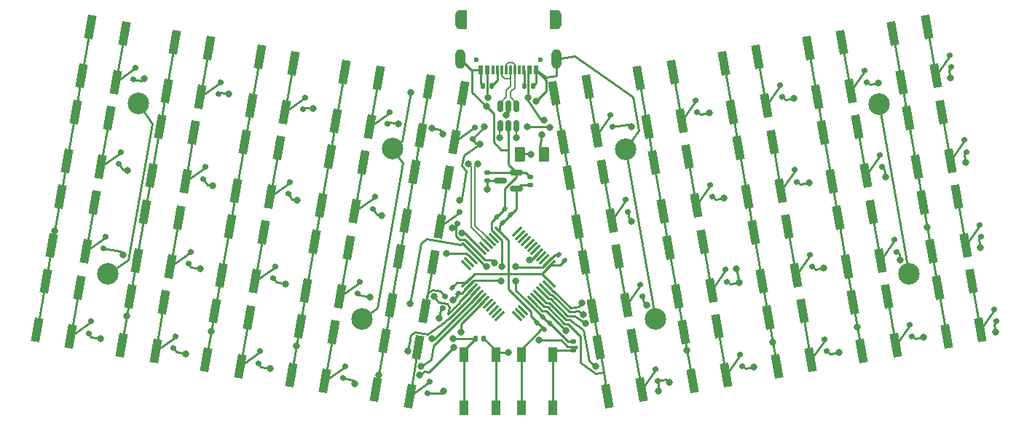
<source format=gbr>
%TF.GenerationSoftware,KiCad,Pcbnew,7.0.8*%
%TF.CreationDate,2023-12-10T13:03:46-06:00*%
%TF.ProjectId,sadcatz40,73616463-6174-47a3-9430-2e6b69636164,rev?*%
%TF.SameCoordinates,Original*%
%TF.FileFunction,Copper,L2,Bot*%
%TF.FilePolarity,Positive*%
%FSLAX46Y46*%
G04 Gerber Fmt 4.6, Leading zero omitted, Abs format (unit mm)*
G04 Created by KiCad (PCBNEW 7.0.8) date 2023-12-10 13:03:46*
%MOMM*%
%LPD*%
G01*
G04 APERTURE LIST*
G04 Aperture macros list*
%AMRoundRect*
0 Rectangle with rounded corners*
0 $1 Rounding radius*
0 $2 $3 $4 $5 $6 $7 $8 $9 X,Y pos of 4 corners*
0 Add a 4 corners polygon primitive as box body*
4,1,4,$2,$3,$4,$5,$6,$7,$8,$9,$2,$3,0*
0 Add four circle primitives for the rounded corners*
1,1,$1+$1,$2,$3*
1,1,$1+$1,$4,$5*
1,1,$1+$1,$6,$7*
1,1,$1+$1,$8,$9*
0 Add four rect primitives between the rounded corners*
20,1,$1+$1,$2,$3,$4,$5,0*
20,1,$1+$1,$4,$5,$6,$7,0*
20,1,$1+$1,$6,$7,$8,$9,0*
20,1,$1+$1,$8,$9,$2,$3,0*%
%AMRotRect*
0 Rectangle, with rotation*
0 The origin of the aperture is its center*
0 $1 length*
0 $2 width*
0 $3 Rotation angle, in degrees counterclockwise*
0 Add horizontal line*
21,1,$1,$2,0,0,$3*%
G04 Aperture macros list end*
%TA.AperFunction,SMDPad,CuDef*%
%ADD10RoundRect,0.150000X-0.223009X0.112992X-0.170914X-0.182451X0.223009X-0.112992X0.170914X0.182451X0*%
%TD*%
%TA.AperFunction,SMDPad,CuDef*%
%ADD11RoundRect,0.150000X-0.170914X0.182451X-0.223009X-0.112992X0.170914X-0.182451X0.223009X0.112992X0*%
%TD*%
%TA.AperFunction,SMDPad,CuDef*%
%ADD12RotRect,2.750000X1.000000X100.000000*%
%TD*%
%TA.AperFunction,SMDPad,CuDef*%
%ADD13R,1.100000X1.800000*%
%TD*%
%TA.AperFunction,SMDPad,CuDef*%
%ADD14RoundRect,0.140000X-0.170000X0.140000X-0.170000X-0.140000X0.170000X-0.140000X0.170000X0.140000X0*%
%TD*%
%TA.AperFunction,SMDPad,CuDef*%
%ADD15RoundRect,0.150000X0.150000X-0.512500X0.150000X0.512500X-0.150000X0.512500X-0.150000X-0.512500X0*%
%TD*%
%TA.AperFunction,ComponentPad*%
%ADD16C,2.500000*%
%TD*%
%TA.AperFunction,SMDPad,CuDef*%
%ADD17RoundRect,0.140000X0.219203X0.021213X0.021213X0.219203X-0.219203X-0.021213X-0.021213X-0.219203X0*%
%TD*%
%TA.AperFunction,SMDPad,CuDef*%
%ADD18RotRect,2.750000X1.000000X80.000000*%
%TD*%
%TA.AperFunction,SMDPad,CuDef*%
%ADD19RoundRect,0.135000X0.185000X-0.135000X0.185000X0.135000X-0.185000X0.135000X-0.185000X-0.135000X0*%
%TD*%
%TA.AperFunction,SMDPad,CuDef*%
%ADD20RoundRect,0.140000X-0.140000X-0.170000X0.140000X-0.170000X0.140000X0.170000X-0.140000X0.170000X0*%
%TD*%
%TA.AperFunction,SMDPad,CuDef*%
%ADD21RoundRect,0.140000X0.021213X-0.219203X0.219203X-0.021213X-0.021213X0.219203X-0.219203X0.021213X0*%
%TD*%
%TA.AperFunction,WasherPad*%
%ADD22C,0.600000*%
%TD*%
%TA.AperFunction,SMDPad,CuDef*%
%ADD23R,0.550000X1.100000*%
%TD*%
%TA.AperFunction,SMDPad,CuDef*%
%ADD24R,0.300000X1.100000*%
%TD*%
%TA.AperFunction,ComponentPad*%
%ADD25O,1.200000X2.300000*%
%TD*%
%TA.AperFunction,SMDPad,CuDef*%
%ADD26R,0.700000X2.300000*%
%TD*%
%TA.AperFunction,SMDPad,CuDef*%
%ADD27RoundRect,0.135000X0.135000X0.185000X-0.135000X0.185000X-0.135000X-0.185000X0.135000X-0.185000X0*%
%TD*%
%TA.AperFunction,SMDPad,CuDef*%
%ADD28RoundRect,0.075000X0.521491X-0.415425X-0.415425X0.521491X-0.521491X0.415425X0.415425X-0.521491X0*%
%TD*%
%TA.AperFunction,SMDPad,CuDef*%
%ADD29RoundRect,0.075000X0.521491X0.415425X0.415425X0.521491X-0.521491X-0.415425X-0.415425X-0.521491X0*%
%TD*%
%TA.AperFunction,SMDPad,CuDef*%
%ADD30RoundRect,0.150000X0.587500X0.150000X-0.587500X0.150000X-0.587500X-0.150000X0.587500X-0.150000X0*%
%TD*%
%TA.AperFunction,SMDPad,CuDef*%
%ADD31RoundRect,0.250000X0.375000X0.625000X-0.375000X0.625000X-0.375000X-0.625000X0.375000X-0.625000X0*%
%TD*%
%TA.AperFunction,SMDPad,CuDef*%
%ADD32RoundRect,0.140000X-0.219203X-0.021213X-0.021213X-0.219203X0.219203X0.021213X0.021213X0.219203X0*%
%TD*%
%TA.AperFunction,ViaPad*%
%ADD33C,0.800000*%
%TD*%
%TA.AperFunction,Conductor*%
%ADD34C,0.250000*%
%TD*%
%TA.AperFunction,Conductor*%
%ADD35C,0.200000*%
%TD*%
G04 APERTURE END LIST*
D10*
%TO.P,D36,1,K*%
%TO.N,ROW4*%
X130127217Y-73066736D03*
%TO.P,D36,2,A*%
%TO.N,Net-(D36-A)*%
X129884109Y-71688006D03*
%TD*%
D11*
%TO.P,D33,1,K*%
%TO.N,ROW4*%
X54176847Y-72719440D03*
%TO.P,D33,2,A*%
%TO.N,Net-(D33-A)*%
X54419955Y-71340710D03*
%TD*%
D12*
%TO.P,SW2,1,1*%
%TO.N,Net-(D2-A)*%
X142762388Y-41066506D03*
X141762175Y-35394013D03*
%TO.P,SW2,2,2*%
%TO.N,COL2*%
X138823157Y-41761099D03*
X137822944Y-36088606D03*
%TD*%
%TO.P,SW32,1,1*%
%TO.N,Net-(D32-A)*%
X147971840Y-70610736D03*
X146971627Y-64938243D03*
%TO.P,SW32,2,2*%
%TO.N,COL2*%
X144032609Y-71305329D03*
X143032396Y-65632836D03*
%TD*%
D10*
%TO.P,D10,1,K*%
%TO.N,ROW1*%
X105221613Y-46995469D03*
%TO.P,D10,2,A*%
%TO.N,Net-(D10-A)*%
X104978505Y-45616739D03*
%TD*%
D13*
%TO.P,SW41,1,1*%
%TO.N,+3V3*%
X94587596Y-73475333D03*
X94587596Y-79675333D03*
%TO.P,SW41,2,2*%
%TO.N,BOOT0*%
X98287596Y-73475333D03*
X98287596Y-79675333D03*
%TD*%
D11*
%TO.P,D23,1,K*%
%TO.N,ROW3*%
X55913330Y-62871362D03*
%TO.P,D23,2,A*%
%TO.N,Net-(D23-A)*%
X56156438Y-61492632D03*
%TD*%
%TO.P,D17,1,K*%
%TO.N,ROW2*%
X77345964Y-56496249D03*
%TO.P,D17,2,A*%
%TO.N,Net-(D17-A)*%
X77589072Y-55117519D03*
%TD*%
D14*
%TO.P,C10,1*%
%TO.N,GND*%
X95604262Y-52762009D03*
%TO.P,C10,2*%
%TO.N,+3V3*%
X95604262Y-53722009D03*
%TD*%
D12*
%TO.P,SW10,1,1*%
%TO.N,Net-(D10-A)*%
X103370077Y-48012434D03*
X102369864Y-42339941D03*
%TO.P,SW10,2,2*%
%TO.N,COL10*%
X99430846Y-48707027D03*
X98430633Y-43034534D03*
%TD*%
%TO.P,SW20,1,1*%
%TO.N,Net-(D20-A)*%
X105106563Y-57860509D03*
X104106350Y-52188016D03*
%TO.P,SW20,2,2*%
%TO.N,COL10*%
X101167332Y-58555102D03*
X100167119Y-52882609D03*
%TD*%
D11*
%TO.P,D5,1,K*%
%TO.N,ROW1*%
X69234369Y-44911686D03*
%TO.P,D5,2,A*%
%TO.N,Net-(D5-A)*%
X69477477Y-43532956D03*
%TD*%
D12*
%TO.P,SW8,1,1*%
%TO.N,Net-(D8-A)*%
X113218159Y-46275953D03*
X112217946Y-40603460D03*
%TO.P,SW8,2,2*%
%TO.N,COL8*%
X109278928Y-46970546D03*
X108278715Y-41298053D03*
%TD*%
D15*
%TO.P,U1,1,I/O1*%
%TO.N,D_P*%
X94054265Y-46879513D03*
%TO.P,U1,2,GND*%
%TO.N,GND*%
X93104265Y-46879513D03*
%TO.P,U1,3,I/O2*%
%TO.N,D_N*%
X92154265Y-46879513D03*
%TO.P,U1,4,I/O2*%
%TO.N,D_USB_-*%
X92154265Y-44604513D03*
%TO.P,U1,5,VBUS*%
%TO.N,+5V*%
X93104265Y-44604513D03*
%TO.P,U1,6,I/O1*%
%TO.N,D_USB_+*%
X94054265Y-44604513D03*
%TD*%
D11*
%TO.P,D37,1,K*%
%TO.N,ROW4*%
X73873000Y-76192401D03*
%TO.P,D37,2,A*%
%TO.N,Net-(D37-A)*%
X74116108Y-74813671D03*
%TD*%
D16*
%TO.P,H3,1,1*%
%TO.N,GND*%
X46563844Y-64065990D03*
%TD*%
D17*
%TO.P,C7,1*%
%TO.N,+3V3*%
X99643712Y-62514779D03*
%TO.P,C7,2*%
%TO.N,GND*%
X98964890Y-61835957D03*
%TD*%
D16*
%TO.P,H6,1,1*%
%TO.N,GND*%
X136236870Y-44369835D03*
%TD*%
%TO.P,H2,1,1*%
%TO.N,GND*%
X79601884Y-49461072D03*
%TD*%
D18*
%TO.P,SW19,1,1*%
%TO.N,Net-(D19-A)*%
X85106348Y-58555099D03*
X86106561Y-52882606D03*
%TO.P,SW19,2,2*%
%TO.N,COL9*%
X81167117Y-57860506D03*
X82167330Y-52188013D03*
%TD*%
D11*
%TO.P,D1,1,K*%
%TO.N,ROW1*%
X49538213Y-41438725D03*
%TO.P,D1,2,A*%
%TO.N,Net-(D1-A)*%
X49781321Y-40059995D03*
%TD*%
D10*
%TO.P,D4,1,K*%
%TO.N,ROW1*%
X134765847Y-41786019D03*
%TO.P,D4,2,A*%
%TO.N,Net-(D4-A)*%
X134522739Y-40407289D03*
%TD*%
%TO.P,D18,1,K*%
%TO.N,ROW2*%
X116806177Y-55107058D03*
%TO.P,D18,2,A*%
%TO.N,Net-(D18-A)*%
X116563069Y-53728328D03*
%TD*%
D19*
%TO.P,R1,1*%
%TO.N,BOOT0*%
X100604259Y-72918669D03*
%TO.P,R1,2*%
%TO.N,GND*%
X100604259Y-71898669D03*
%TD*%
D10*
%TO.P,D12,1,K*%
%TO.N,ROW2*%
X146350408Y-49897620D03*
%TO.P,D12,2,A*%
%TO.N,Net-(D12-A)*%
X146107300Y-48518890D03*
%TD*%
D12*
%TO.P,SW38,1,1*%
%TO.N,Net-(D38-A)*%
X118427602Y-75820179D03*
X117427389Y-70147686D03*
%TO.P,SW38,2,2*%
%TO.N,COL8*%
X114488371Y-76514772D03*
X113488158Y-70842279D03*
%TD*%
D18*
%TO.P,SW15,1,1*%
%TO.N,Net-(D15-A)*%
X65410197Y-55082141D03*
X66410410Y-49409648D03*
%TO.P,SW15,2,2*%
%TO.N,COL5*%
X61470966Y-54387548D03*
X62471179Y-48715055D03*
%TD*%
%TO.P,SW21,1,1*%
%TO.N,Net-(D21-A)*%
X43977557Y-61457251D03*
X44977770Y-55784758D03*
%TO.P,SW21,2,2*%
%TO.N,COL1*%
X40038326Y-60762658D03*
X41038539Y-55090165D03*
%TD*%
%TO.P,SW1,2,2*%
%TO.N,COL1*%
X44511503Y-35394011D03*
X43511290Y-41066504D03*
%TO.P,SW1,1,1*%
%TO.N,Net-(D1-A)*%
X48450734Y-36088604D03*
X47450521Y-41761097D03*
%TD*%
D11*
%TO.P,D7,1,K*%
%TO.N,ROW1*%
X79082448Y-46648169D03*
%TO.P,D7,2,A*%
%TO.N,Net-(D7-A)*%
X79325556Y-45269439D03*
%TD*%
D10*
%TO.P,D22,1,K*%
%TO.N,ROW3*%
X148086889Y-59745692D03*
%TO.P,D22,2,A*%
%TO.N,Net-(D22-A)*%
X147843781Y-58366962D03*
%TD*%
D16*
%TO.P,H1,1,1*%
%TO.N,GND*%
X50057653Y-44251630D03*
%TD*%
D12*
%TO.P,SW36,1,1*%
%TO.N,Net-(D36-A)*%
X128275681Y-74083704D03*
X127275468Y-68411211D03*
%TO.P,SW36,2,2*%
%TO.N,COL6*%
X124336450Y-74778297D03*
X123336237Y-69105804D03*
%TD*%
D20*
%TO.P,C1,1*%
%TO.N,GND*%
X89290931Y-71575336D03*
%TO.P,C1,2*%
%TO.N,NRST*%
X90250931Y-71575336D03*
%TD*%
D18*
%TO.P,SW29,1,1*%
%TO.N,Net-(D29-A)*%
X83369868Y-68403180D03*
X84370081Y-62730687D03*
%TO.P,SW29,2,2*%
%TO.N,COL9*%
X79430637Y-67708587D03*
X80430850Y-62036094D03*
%TD*%
D17*
%TO.P,C2,1*%
%TO.N,+3V3*%
X93343714Y-57214776D03*
%TO.P,C2,2*%
%TO.N,GND*%
X92664892Y-56535954D03*
%TD*%
D10*
%TO.P,D6,1,K*%
%TO.N,ROW1*%
X124917772Y-43522500D03*
%TO.P,D6,2,A*%
%TO.N,Net-(D6-A)*%
X124674664Y-42143770D03*
%TD*%
D13*
%TO.P,SW42,1,1*%
%TO.N,GND*%
X87920938Y-73475336D03*
X87920938Y-79675336D03*
%TO.P,SW42,2,2*%
%TO.N,NRST*%
X91620938Y-73475336D03*
X91620938Y-79675336D03*
%TD*%
D10*
%TO.P,D2,1,K*%
%TO.N,ROW1*%
X144613928Y-40049540D03*
%TO.P,D2,2,A*%
%TO.N,Net-(D2-A)*%
X144370820Y-38670810D03*
%TD*%
D18*
%TO.P,SW25,1,1*%
%TO.N,Net-(D25-A)*%
X63673712Y-64930219D03*
X64673925Y-59257726D03*
%TO.P,SW25,2,2*%
%TO.N,COL5*%
X59734481Y-64235626D03*
X60734694Y-58563133D03*
%TD*%
D10*
%TO.P,D14,1,K*%
%TO.N,ROW2*%
X136502329Y-51634096D03*
%TO.P,D14,2,A*%
%TO.N,Net-(D14-A)*%
X136259221Y-50255366D03*
%TD*%
D11*
%TO.P,D11,1,K*%
%TO.N,ROW2*%
X47801735Y-51286805D03*
%TO.P,D11,2,A*%
%TO.N,Net-(D11-A)*%
X48044843Y-49908075D03*
%TD*%
%TO.P,D19,1,K*%
%TO.N,ROW2*%
X87194045Y-58232729D03*
%TO.P,D19,2,A*%
%TO.N,Net-(D19-A)*%
X87437153Y-56853999D03*
%TD*%
%TO.P,D39,1,K*%
%TO.N,ROW4*%
X83721079Y-77928885D03*
%TO.P,D39,2,A*%
%TO.N,Net-(D39-A)*%
X83964187Y-76550155D03*
%TD*%
D18*
%TO.P,SW31,1,1*%
%TO.N,Net-(D31-A)*%
X42241077Y-71305333D03*
X43241290Y-65632840D03*
%TO.P,SW31,2,2*%
%TO.N,COL1*%
X38301846Y-70610740D03*
X39302059Y-64938247D03*
%TD*%
%TO.P,SW11,1,1*%
%TO.N,Net-(D11-A)*%
X45714039Y-51609179D03*
X46714252Y-45936686D03*
%TO.P,SW11,2,2*%
%TO.N,COL1*%
X41774808Y-50914586D03*
X42775021Y-45242093D03*
%TD*%
D11*
%TO.P,D13,1,K*%
%TO.N,ROW2*%
X57649809Y-53023283D03*
%TO.P,D13,2,A*%
%TO.N,Net-(D13-A)*%
X57892917Y-51644553D03*
%TD*%
D18*
%TO.P,SW13,1,1*%
%TO.N,Net-(D13-A)*%
X55562113Y-53345657D03*
X56562326Y-47673164D03*
%TO.P,SW13,2,2*%
%TO.N,COL3*%
X51622882Y-52651064D03*
X52623095Y-46978571D03*
%TD*%
D12*
%TO.P,SW4,1,1*%
%TO.N,Net-(D4-A)*%
X132914312Y-42802983D03*
X131914099Y-37130490D03*
%TO.P,SW4,2,2*%
%TO.N,COL4*%
X128975081Y-43497576D03*
X127974868Y-37825083D03*
%TD*%
%TO.P,SW34,1,1*%
%TO.N,Net-(D34-A)*%
X138123758Y-72347224D03*
X137123545Y-66674731D03*
%TO.P,SW34,2,2*%
%TO.N,COL4*%
X134184527Y-73041817D03*
X133184314Y-67369324D03*
%TD*%
D21*
%TO.P,C3,1*%
%TO.N,+3V3*%
X96364892Y-69714774D03*
%TO.P,C3,2*%
%TO.N,GND*%
X97043714Y-69035952D03*
%TD*%
D18*
%TO.P,SW17,1,1*%
%TO.N,Net-(D17-A)*%
X75258271Y-56818624D03*
X76258484Y-51146131D03*
%TO.P,SW17,2,2*%
%TO.N,COL7*%
X71319040Y-56124031D03*
X72319253Y-50451538D03*
%TD*%
D12*
%TO.P,SW18,1,1*%
%TO.N,Net-(D18-A)*%
X114954638Y-56124028D03*
X113954425Y-50451535D03*
%TO.P,SW18,2,2*%
%TO.N,COL8*%
X111015407Y-56818621D03*
X110015194Y-51146128D03*
%TD*%
D11*
%TO.P,D31,1,K*%
%TO.N,ROW4*%
X44328772Y-70982958D03*
%TO.P,D31,2,A*%
%TO.N,Net-(D31-A)*%
X44571880Y-69604228D03*
%TD*%
D10*
%TO.P,D40,1,K*%
%TO.N,ROW4*%
X110431061Y-76539700D03*
%TO.P,D40,2,A*%
%TO.N,Net-(D40-A)*%
X110187953Y-75160970D03*
%TD*%
D18*
%TO.P,SW33,1,1*%
%TO.N,Net-(D33-A)*%
X52089153Y-73041813D03*
X53089366Y-67369320D03*
%TO.P,SW33,2,2*%
%TO.N,COL3*%
X48149922Y-72347220D03*
X49150135Y-66674727D03*
%TD*%
D12*
%TO.P,SW40,1,1*%
%TO.N,Net-(D40-A)*%
X108579526Y-77556666D03*
X107579313Y-71884173D03*
%TO.P,SW40,2,2*%
%TO.N,COL10*%
X104640295Y-78251259D03*
X103640082Y-72578766D03*
%TD*%
%TO.P,SW30,1,1*%
%TO.N,Net-(D30-A)*%
X106843043Y-67708584D03*
X105842830Y-62036091D03*
%TO.P,SW30,2,2*%
%TO.N,COL10*%
X102903812Y-68403177D03*
X101903599Y-62730684D03*
%TD*%
D18*
%TO.P,SW7,1,1*%
%TO.N,Net-(D7-A)*%
X76994753Y-46970546D03*
X77994966Y-41298053D03*
%TO.P,SW7,2,2*%
%TO.N,COL7*%
X73055522Y-46275953D03*
X74055735Y-40603460D03*
%TD*%
D12*
%TO.P,SW14,1,1*%
%TO.N,Net-(D14-A)*%
X134650798Y-52651060D03*
X133650585Y-46978567D03*
%TO.P,SW14,2,2*%
%TO.N,COL4*%
X130711567Y-53345653D03*
X129711354Y-47673160D03*
%TD*%
%TO.P,SW12,1,1*%
%TO.N,Net-(D12-A)*%
X144498873Y-50914581D03*
X143498660Y-45242088D03*
%TO.P,SW12,2,2*%
%TO.N,COL2*%
X140559642Y-51609174D03*
X139559429Y-45936681D03*
%TD*%
D10*
%TO.P,D16,1,K*%
%TO.N,ROW2*%
X126654252Y-53370579D03*
%TO.P,D16,2,A*%
%TO.N,Net-(D16-A)*%
X126411144Y-51991849D03*
%TD*%
D11*
%TO.P,D15,1,K*%
%TO.N,ROW2*%
X67497890Y-54759763D03*
%TO.P,D15,2,A*%
%TO.N,Net-(D15-A)*%
X67740998Y-53381033D03*
%TD*%
D22*
%TO.P,J1,*%
%TO.N,*%
X89354266Y-39184166D03*
X96854266Y-39184166D03*
D23*
%TO.P,J1,A1B12,GND*%
%TO.N,GND*%
X89904266Y-40384166D03*
%TO.P,J1,A4B9,VBUS*%
%TO.N,VBUS*%
X90654266Y-40384166D03*
D24*
%TO.P,J1,A5,CC1*%
%TO.N,Net-(J1-CC1)*%
X91854266Y-40384166D03*
%TO.P,J1,A6,D+*%
%TO.N,D_USB_+*%
X92854266Y-40384166D03*
%TO.P,J1,A7,D-*%
%TO.N,D_USB_-*%
X93354266Y-40384166D03*
%TO.P,J1,A8,SBU1*%
%TO.N,unconnected-(J1-SBU1-PadA8)*%
X94354266Y-40384166D03*
D23*
%TO.P,J1,B1A12,GND*%
%TO.N,GND*%
X96304266Y-40384166D03*
%TO.P,J1,B4A9,VBUS*%
%TO.N,VBUS*%
X95554266Y-40384166D03*
D24*
%TO.P,J1,B5,CC2*%
%TO.N,Net-(J1-CC2)*%
X94854266Y-40384166D03*
%TO.P,J1,B6,D+*%
%TO.N,D_USB_+*%
X93854266Y-40384166D03*
%TO.P,J1,B7,D-*%
%TO.N,D_USB_-*%
X92354266Y-40384166D03*
%TO.P,J1,B8,SBU2*%
%TO.N,unconnected-(J1-SBU2-PadB8)*%
X91354266Y-40384166D03*
D25*
%TO.P,J1,S1,Shield*%
%TO.N,GND*%
X87529266Y-39104166D03*
X98679266Y-39104166D03*
X87529266Y-34504166D03*
D26*
X87904266Y-34504166D03*
X98304266Y-34504166D03*
D25*
X98679266Y-34504166D03*
%TD*%
D18*
%TO.P,SW5,1,1*%
%TO.N,Net-(D5-A)*%
X67146675Y-45234062D03*
X68146888Y-39561569D03*
%TO.P,SW5,2,2*%
%TO.N,COL5*%
X63207444Y-44539469D03*
X64207657Y-38866976D03*
%TD*%
%TO.P,SW3,1,1*%
%TO.N,Net-(D3-A)*%
X57298596Y-43497578D03*
X58298809Y-37825085D03*
%TO.P,SW3,2,2*%
%TO.N,COL3*%
X53359365Y-42802985D03*
X54359578Y-37130492D03*
%TD*%
D12*
%TO.P,SW24,1,1*%
%TO.N,Net-(D24-A)*%
X136387279Y-62499143D03*
X135387066Y-56826650D03*
%TO.P,SW24,2,2*%
%TO.N,COL4*%
X132448048Y-63193736D03*
X131447835Y-57521243D03*
%TD*%
D11*
%TO.P,D29,1,K*%
%TO.N,ROW3*%
X85457563Y-68080806D03*
%TO.P,D29,2,A*%
%TO.N,Net-(D29-A)*%
X85700671Y-66702076D03*
%TD*%
D10*
%TO.P,D8,1,K*%
%TO.N,ROW1*%
X115069692Y-45258986D03*
%TO.P,D8,2,A*%
%TO.N,Net-(D8-A)*%
X114826584Y-43880256D03*
%TD*%
%TO.P,D38,1,K*%
%TO.N,ROW4*%
X120279134Y-74803216D03*
%TO.P,D38,2,A*%
%TO.N,Net-(D38-A)*%
X120036026Y-73424486D03*
%TD*%
%TO.P,D26,1,K*%
%TO.N,ROW3*%
X128390734Y-63218657D03*
%TO.P,D26,2,A*%
%TO.N,Net-(D26-A)*%
X128147626Y-61839927D03*
%TD*%
D11*
%TO.P,D27,1,K*%
%TO.N,ROW3*%
X75609483Y-66344321D03*
%TO.P,D27,2,A*%
%TO.N,Net-(D27-A)*%
X75852591Y-64965591D03*
%TD*%
D10*
%TO.P,D24,1,K*%
%TO.N,ROW3*%
X138238815Y-61482176D03*
%TO.P,D24,2,A*%
%TO.N,Net-(D24-A)*%
X137995707Y-60103446D03*
%TD*%
D12*
%TO.P,SW16,1,1*%
%TO.N,Net-(D16-A)*%
X124802716Y-54387546D03*
X123802503Y-48715053D03*
%TO.P,SW16,2,2*%
%TO.N,COL6*%
X120863485Y-55082139D03*
X119863272Y-49409646D03*
%TD*%
%TO.P,SW28,1,1*%
%TO.N,Net-(D28-A)*%
X116691121Y-65972107D03*
X115690908Y-60299614D03*
%TO.P,SW28,2,2*%
%TO.N,COL8*%
X112751890Y-66666700D03*
X111751677Y-60994207D03*
%TD*%
D27*
%TO.P,R2,1*%
%TO.N,Net-(J1-CC1)*%
X91160000Y-42230000D03*
%TO.P,R2,2*%
%TO.N,GND*%
X90140000Y-42230000D03*
%TD*%
D16*
%TO.P,H4,1,1*%
%TO.N,GND*%
X76108079Y-69275439D03*
%TD*%
D11*
%TO.P,D9,1,K*%
%TO.N,ROW1*%
X88930521Y-48384654D03*
%TO.P,D9,2,A*%
%TO.N,Net-(D9-A)*%
X89173629Y-47005924D03*
%TD*%
D18*
%TO.P,SW37,1,1*%
%TO.N,Net-(D37-A)*%
X71785304Y-76514776D03*
X72785517Y-70842283D03*
%TO.P,SW37,2,2*%
%TO.N,COL7*%
X67846073Y-75820183D03*
X68846286Y-70147690D03*
%TD*%
%TO.P,SW9,1,1*%
%TO.N,Net-(D9-A)*%
X86842834Y-48707025D03*
X87843047Y-43034532D03*
%TO.P,SW9,2,2*%
%TO.N,COL9*%
X82903603Y-48012432D03*
X83903816Y-42339939D03*
%TD*%
D16*
%TO.P,H7,1,1*%
%TO.N,GND*%
X110165600Y-69275434D03*
%TD*%
D10*
%TO.P,D30,1,K*%
%TO.N,ROW3*%
X108694579Y-66691621D03*
%TO.P,D30,2,A*%
%TO.N,Net-(D30-A)*%
X108451471Y-65312891D03*
%TD*%
D18*
%TO.P,SW39,1,1*%
%TO.N,Net-(D39-A)*%
X81633385Y-78251264D03*
X82633598Y-72578771D03*
%TO.P,SW39,2,2*%
%TO.N,COL9*%
X77694154Y-77556671D03*
X78694367Y-71884178D03*
%TD*%
D28*
%TO.P,U2,1,VBAT*%
%TO.N,+3V3*%
X97992143Y-65074129D03*
%TO.P,U2,2,PC13*%
%TO.N,COL2*%
X97638589Y-65427683D03*
%TO.P,U2,3,PC14*%
%TO.N,COL4*%
X97285036Y-65781236D03*
%TO.P,U2,4,PC15*%
%TO.N,COL6*%
X96931482Y-66134790D03*
%TO.P,U2,5,PF0*%
%TO.N,COL8*%
X96577929Y-66488343D03*
%TO.P,U2,6,PF1*%
%TO.N,COL10*%
X96224376Y-66841896D03*
%TO.P,U2,7,NRST*%
%TO.N,NRST*%
X95870822Y-67195450D03*
%TO.P,U2,8,VSSA*%
%TO.N,GND*%
X95517269Y-67549003D03*
%TO.P,U2,9,VDDA*%
%TO.N,+3V3*%
X95163716Y-67902556D03*
%TO.P,U2,10,PA0*%
%TO.N,unconnected-(U2-PA0-Pad10)*%
X94810162Y-68256110D03*
%TO.P,U2,11,PA1*%
%TO.N,unconnected-(U2-PA1-Pad11)*%
X94456609Y-68609663D03*
%TO.P,U2,12,PA2*%
%TO.N,unconnected-(U2-PA2-Pad12)*%
X94103055Y-68963217D03*
D29*
%TO.P,U2,13,PA3*%
%TO.N,unconnected-(U2-PA3-Pad13)*%
X92105479Y-68963217D03*
%TO.P,U2,14,PA4*%
%TO.N,unconnected-(U2-PA4-Pad14)*%
X91751925Y-68609663D03*
%TO.P,U2,15,PA5*%
%TO.N,unconnected-(U2-PA5-Pad15)*%
X91398372Y-68256110D03*
%TO.P,U2,16,PA6*%
%TO.N,unconnected-(U2-PA6-Pad16)*%
X91044818Y-67902556D03*
%TO.P,U2,17,PA7*%
%TO.N,unconnected-(U2-PA7-Pad17)*%
X90691265Y-67549003D03*
%TO.P,U2,18,PB0*%
%TO.N,COL9*%
X90337712Y-67195450D03*
%TO.P,U2,19,PB1*%
%TO.N,COL7*%
X89984158Y-66841896D03*
%TO.P,U2,20,PB2*%
%TO.N,COL5*%
X89630605Y-66488343D03*
%TO.P,U2,21,PB10*%
%TO.N,COL3*%
X89277052Y-66134790D03*
%TO.P,U2,22,PB11*%
%TO.N,COL1*%
X88923498Y-65781236D03*
%TO.P,U2,23,VSS*%
%TO.N,GND*%
X88569945Y-65427683D03*
%TO.P,U2,24,VDD*%
%TO.N,+3V3*%
X88216391Y-65074129D03*
D28*
%TO.P,U2,25,PB12*%
%TO.N,unconnected-(U2-PB12-Pad25)*%
X88216391Y-63076553D03*
%TO.P,U2,26,PB13*%
%TO.N,unconnected-(U2-PB13-Pad26)*%
X88569945Y-62722999D03*
%TO.P,U2,27,PB14*%
%TO.N,ROW4*%
X88923498Y-62369446D03*
%TO.P,U2,28,PB15*%
%TO.N,ROW3*%
X89277052Y-62015892D03*
%TO.P,U2,29,PA8*%
%TO.N,ROW2*%
X89630605Y-61662339D03*
%TO.P,U2,30,PA9*%
%TO.N,ROW1*%
X89984158Y-61308786D03*
%TO.P,U2,31,PA10*%
%TO.N,SWDCLK*%
X90337712Y-60955232D03*
%TO.P,U2,32,PA11*%
%TO.N,D_N*%
X90691265Y-60601679D03*
%TO.P,U2,33,PA12*%
%TO.N,D_P*%
X91044818Y-60248126D03*
%TO.P,U2,34,PA13*%
%TO.N,SWDIO*%
X91398372Y-59894572D03*
%TO.P,U2,35,VSS*%
%TO.N,GND*%
X91751925Y-59541019D03*
%TO.P,U2,36,VDDIO2*%
%TO.N,+3V3*%
X92105479Y-59187465D03*
D29*
%TO.P,U2,37,PA14*%
%TO.N,unconnected-(U2-PA14-Pad37)*%
X94103055Y-59187465D03*
%TO.P,U2,38,PA15*%
%TO.N,unconnected-(U2-PA15-Pad38)*%
X94456609Y-59541019D03*
%TO.P,U2,39,PB3*%
%TO.N,unconnected-(U2-PB3-Pad39)*%
X94810162Y-59894572D03*
%TO.P,U2,40,PB4*%
%TO.N,unconnected-(U2-PB4-Pad40)*%
X95163716Y-60248126D03*
%TO.P,U2,41,PB5*%
%TO.N,unconnected-(U2-PB5-Pad41)*%
X95517269Y-60601679D03*
%TO.P,U2,42,PB6*%
%TO.N,unconnected-(U2-PB6-Pad42)*%
X95870822Y-60955232D03*
%TO.P,U2,43,PB7*%
%TO.N,unconnected-(U2-PB7-Pad43)*%
X96224376Y-61308786D03*
%TO.P,U2,44,BOOT0*%
%TO.N,BOOT0*%
X96577929Y-61662339D03*
%TO.P,U2,45,PB8*%
%TO.N,unconnected-(U2-PB8-Pad45)*%
X96931482Y-62015892D03*
%TO.P,U2,46,PB9*%
%TO.N,unconnected-(U2-PB9-Pad46)*%
X97285036Y-62369446D03*
%TO.P,U2,47,VSS*%
%TO.N,GND*%
X97638589Y-62722999D03*
%TO.P,U2,48,VDD*%
%TO.N,+3V3*%
X97992143Y-63076553D03*
%TD*%
D11*
%TO.P,D25,1,K*%
%TO.N,ROW3*%
X65761403Y-64607845D03*
%TO.P,D25,2,A*%
%TO.N,Net-(D25-A)*%
X66004511Y-63229115D03*
%TD*%
D30*
%TO.P,U3,1,GND*%
%TO.N,GND*%
X94041768Y-52292006D03*
%TO.P,U3,2,VO*%
%TO.N,+3V3*%
X94041768Y-54192006D03*
%TO.P,U3,3,VI*%
%TO.N,+5V*%
X92166768Y-53242006D03*
%TD*%
D27*
%TO.P,R3,1*%
%TO.N,GND*%
X95952603Y-42229464D03*
%TO.P,R3,2*%
%TO.N,Net-(J1-CC2)*%
X94932603Y-42229464D03*
%TD*%
D31*
%TO.P,F1,1*%
%TO.N,VBUS*%
X97229001Y-50161012D03*
%TO.P,F1,2*%
%TO.N,+5V*%
X94429001Y-50161012D03*
%TD*%
D12*
%TO.P,SW26,1,1*%
%TO.N,Net-(D26-A)*%
X126539198Y-64235624D03*
X125538985Y-58563131D03*
%TO.P,SW26,2,2*%
%TO.N,COL6*%
X122599967Y-64930217D03*
X121599754Y-59257724D03*
%TD*%
D17*
%TO.P,C5,1*%
%TO.N,+3V3*%
X92443713Y-58114775D03*
%TO.P,C5,2*%
%TO.N,GND*%
X91764891Y-57435953D03*
%TD*%
D32*
%TO.P,C6,1*%
%TO.N,+3V3*%
X86564893Y-65635953D03*
%TO.P,C6,2*%
%TO.N,GND*%
X87243715Y-66314775D03*
%TD*%
D12*
%TO.P,SW22,1,1*%
%TO.N,Net-(D22-A)*%
X146235354Y-60762658D03*
X145235141Y-55090165D03*
%TO.P,SW22,2,2*%
%TO.N,COL2*%
X142296123Y-61457251D03*
X141295910Y-55784758D03*
%TD*%
D10*
%TO.P,D34,1,K*%
%TO.N,ROW4*%
X139975292Y-71330253D03*
%TO.P,D34,2,A*%
%TO.N,Net-(D34-A)*%
X139732184Y-69951523D03*
%TD*%
%TO.P,D32,1,K*%
%TO.N,ROW4*%
X149823369Y-69593774D03*
%TO.P,D32,2,A*%
%TO.N,Net-(D32-A)*%
X149580261Y-68215044D03*
%TD*%
D11*
%TO.P,D21,1,K*%
%TO.N,ROW3*%
X46065251Y-61134880D03*
%TO.P,D21,2,A*%
%TO.N,Net-(D21-A)*%
X46308359Y-59756150D03*
%TD*%
D16*
%TO.P,H8,1,1*%
%TO.N,GND*%
X139709834Y-64065989D03*
%TD*%
D18*
%TO.P,SW23,1,1*%
%TO.N,Net-(D23-A)*%
X53825639Y-63193729D03*
X54825852Y-57521236D03*
%TO.P,SW23,2,2*%
%TO.N,COL3*%
X49886408Y-62499136D03*
X50886621Y-56826643D03*
%TD*%
D10*
%TO.P,D28,1,K*%
%TO.N,ROW3*%
X118542656Y-64955138D03*
%TO.P,D28,2,A*%
%TO.N,Net-(D28-A)*%
X118299548Y-63576408D03*
%TD*%
D11*
%TO.P,D35,1,K*%
%TO.N,ROW4*%
X64024923Y-74455920D03*
%TO.P,D35,2,A*%
%TO.N,Net-(D35-A)*%
X64268031Y-73077190D03*
%TD*%
D10*
%TO.P,D20,1,K*%
%TO.N,ROW2*%
X106958093Y-56843540D03*
%TO.P,D20,2,A*%
%TO.N,Net-(D20-A)*%
X106714985Y-55464810D03*
%TD*%
D16*
%TO.P,H5,1,1*%
%TO.N,GND*%
X106692635Y-49579281D03*
%TD*%
D14*
%TO.P,C9,1*%
%TO.N,GND*%
X90604264Y-52282008D03*
%TO.P,C9,2*%
%TO.N,+5V*%
X90604264Y-53242008D03*
%TD*%
D18*
%TO.P,SW27,1,1*%
%TO.N,Net-(D27-A)*%
X73521791Y-66666699D03*
X74522004Y-60994206D03*
%TO.P,SW27,2,2*%
%TO.N,COL7*%
X69582560Y-65972106D03*
X70582773Y-60299613D03*
%TD*%
D11*
%TO.P,D3,1,K*%
%TO.N,ROW1*%
X59386291Y-43175205D03*
%TO.P,D3,2,A*%
%TO.N,Net-(D3-A)*%
X59629399Y-41796475D03*
%TD*%
D18*
%TO.P,SW35,1,1*%
%TO.N,Net-(D35-A)*%
X61937227Y-74778292D03*
X62937440Y-69105799D03*
%TO.P,SW35,2,2*%
%TO.N,COL5*%
X57997996Y-74083699D03*
X58998209Y-68411206D03*
%TD*%
D12*
%TO.P,SW6,1,1*%
%TO.N,Net-(D6-A)*%
X123066233Y-44539471D03*
X122066020Y-38866978D03*
%TO.P,SW6,2,2*%
%TO.N,COL6*%
X119127002Y-45234064D03*
X118126789Y-39561571D03*
%TD*%
D21*
%TO.P,C4,1*%
%TO.N,+3V3*%
X97264894Y-70514777D03*
%TO.P,C4,2*%
%TO.N,GND*%
X97943716Y-69835955D03*
%TD*%
D33*
%TO.N,GND*%
X90525908Y-44584971D03*
X86672334Y-67127150D03*
X93937597Y-63242004D03*
X86672333Y-71627154D03*
X81762224Y-43016063D03*
X96303370Y-44012040D03*
X92270937Y-64908672D03*
X93937597Y-64908674D03*
X92379764Y-63242005D03*
%TO.N,NRST*%
X99822645Y-70690287D03*
X93104267Y-73242001D03*
%TO.N,+5V*%
X95729559Y-50184902D03*
X92853856Y-45626423D03*
X90604306Y-54275366D03*
%TO.N,ROW1*%
X136149853Y-41912417D03*
X84183082Y-47087907D03*
X60585337Y-43141841D03*
X95304304Y-46975363D03*
X87689551Y-59331662D03*
X107426305Y-46977153D03*
X89789158Y-48976266D03*
X144501288Y-41286022D03*
X50737260Y-41405359D03*
X80281484Y-46614801D03*
X116453706Y-45385379D03*
X90319709Y-46995465D03*
X70433412Y-44878322D03*
X126301780Y-43648898D03*
X85521012Y-47798532D03*
X97888972Y-47013982D03*
X87408383Y-55477150D03*
%TO.N,ROW2*%
X48856075Y-52074106D03*
X136981698Y-52766191D03*
X58704145Y-53810586D03*
X86607022Y-58730617D03*
X146237769Y-51134096D03*
X78400296Y-57283547D03*
X128038261Y-53496972D03*
X68552224Y-55547069D03*
X107437462Y-57975637D03*
X91477388Y-62812216D03*
X118190187Y-55233453D03*
%TO.N,ROW3*%
X77005794Y-66738856D03*
X119637255Y-63440181D03*
X90547334Y-63177154D03*
X119926668Y-65081526D03*
X129774742Y-63345045D03*
X147974250Y-60982169D03*
X67153795Y-65227142D03*
X48278319Y-61898888D03*
X85063888Y-69231362D03*
X138691944Y-62465477D03*
X109147707Y-67674919D03*
X57305721Y-63490661D03*
X81665329Y-67560459D03*
%TO.N,ROW4*%
X141359297Y-71456638D03*
X111815076Y-76666081D03*
X55569241Y-73338735D03*
X65417310Y-75075214D03*
X75265386Y-76811696D03*
X110572291Y-77660453D03*
X121663149Y-74929600D03*
X85872337Y-61677150D03*
X131511223Y-73193119D03*
X149710731Y-70830243D03*
X45721165Y-71602254D03*
X85572300Y-77660451D03*
%TO.N,VBUS*%
X97273766Y-46226246D03*
X90704303Y-43575366D03*
X96984354Y-47867593D03*
X95404304Y-43575367D03*
%TO.N,BOOT0*%
X95579862Y-62464583D03*
X96655774Y-71793509D03*
%TO.N,COL1*%
X40342978Y-59034901D03*
X84491280Y-66680798D03*
%TO.N,COL2*%
X101621576Y-67463020D03*
X141807266Y-58684821D03*
%TO.N,COL3*%
X48743986Y-68978111D03*
X81434068Y-73049877D03*
%TO.N,COL4*%
X101857918Y-68803381D03*
X133695671Y-70269376D03*
%TO.N,COL5*%
X58592062Y-70714594D03*
X84176529Y-71624924D03*
%TO.N,COL6*%
X102036152Y-69812042D03*
X123847593Y-72005858D03*
%TO.N,COL7*%
X82973700Y-74819918D03*
X68440141Y-72451075D03*
%TO.N,COL8*%
X113854810Y-72921667D03*
X103293236Y-74783957D03*
%TO.N,COL9*%
X82796236Y-75828630D03*
X77998805Y-75828902D03*
X87597336Y-70850836D03*
X86771435Y-72627152D03*
%TO.N,D_P*%
X89529302Y-51275364D03*
X94022742Y-48243469D03*
%TO.N,D_N*%
X88479302Y-51275368D03*
X92104304Y-48200865D03*
%TD*%
D34*
%TO.N,GND*%
X88809264Y-40384166D02*
X88899217Y-40474119D01*
X88899217Y-40474119D02*
X88899217Y-42958280D01*
X88899217Y-42958280D02*
X90525908Y-44584971D01*
X89904266Y-40384166D02*
X89904266Y-41994266D01*
X89904266Y-41994266D02*
X90140000Y-42230000D01*
%TO.N,Net-(J1-CC1)*%
X91854266Y-40384166D02*
X91854266Y-41535734D01*
X91854266Y-41535734D02*
X91160000Y-42230000D01*
%TO.N,GND*%
X81762224Y-43016063D02*
X80770023Y-48643132D01*
X93937597Y-63242004D02*
X93986526Y-63290935D01*
X91379305Y-45438368D02*
X91379305Y-48775029D01*
X76108079Y-69275439D02*
X77821200Y-68075898D01*
X139709834Y-64065989D02*
X136236870Y-44369835D01*
X91751925Y-59541016D02*
X91183987Y-58973080D01*
X77821200Y-68075898D02*
X80801425Y-51174194D01*
X97943716Y-69835955D02*
X97804222Y-69835956D01*
X92664894Y-56535957D02*
X92664895Y-54153133D01*
X91751925Y-59541016D02*
X92379767Y-60168856D01*
X97485002Y-41210927D02*
X98679263Y-41000346D01*
X108233334Y-47378934D02*
X107542652Y-43461880D01*
X80801425Y-51174194D02*
X79601884Y-49461072D01*
X51710077Y-46611537D02*
X50057653Y-44251630D01*
X93937603Y-65969331D02*
X95517269Y-67548997D01*
X93104266Y-51354511D02*
X94041768Y-52292008D01*
X98525629Y-61835957D02*
X98964893Y-61835955D01*
X97534267Y-42781144D02*
X96303370Y-44012040D01*
X96304265Y-40384167D02*
X97495449Y-41575347D01*
X106692635Y-49579281D02*
X108233334Y-47378934D01*
X87243715Y-66314778D02*
X87243716Y-66555772D01*
X92222005Y-64859746D02*
X89137882Y-64859745D01*
X89137882Y-64859745D02*
X88569942Y-65427682D01*
X87869117Y-73527152D02*
X87920936Y-73475338D01*
X100788135Y-38732316D02*
X98679265Y-39104167D01*
X92270937Y-64908672D02*
X92222005Y-64859746D01*
X92379767Y-60168856D02*
X92379764Y-63242005D01*
X94041770Y-52776262D02*
X94041768Y-52292008D01*
X91183990Y-58016858D02*
X91764894Y-57435954D01*
X92664895Y-54153133D02*
X94041770Y-52776262D01*
X98679263Y-41000346D02*
X98679267Y-39104167D01*
X90525908Y-44584971D02*
X91379305Y-45438368D01*
X96304265Y-40384166D02*
X97485002Y-41210927D01*
X95952602Y-42229464D02*
X96304265Y-41877800D01*
X100604264Y-71898668D02*
X100006425Y-71898667D01*
X86672333Y-71627154D02*
X86724150Y-71575334D01*
X91764894Y-57435954D02*
X92664894Y-56535957D01*
X80770023Y-48643132D02*
X79601884Y-49461072D01*
X48923751Y-62413569D02*
X51710077Y-46611537D01*
X89904268Y-40384166D02*
X88809264Y-40384166D01*
X93104263Y-49666661D02*
X93104266Y-51354511D01*
X96304265Y-40384167D02*
X97534265Y-41614167D01*
X87682851Y-66314775D02*
X88569942Y-65427682D01*
X86724150Y-71575334D02*
X89290935Y-71575337D01*
X94041768Y-52292008D02*
X95134268Y-52292011D01*
X93104266Y-46879511D02*
X93104263Y-49666661D01*
X91379305Y-48775029D02*
X92270932Y-49666661D01*
X87243716Y-66555772D02*
X86672334Y-67127150D01*
X89290932Y-71575334D02*
X87920936Y-72945336D01*
X87920936Y-73475336D02*
X87920934Y-79675334D01*
X100006425Y-71898667D02*
X97943716Y-69835955D01*
X91183987Y-58973080D02*
X91183990Y-58016858D01*
X87243713Y-66314775D02*
X87682851Y-66314775D01*
X46563844Y-64065990D02*
X48923751Y-62413569D01*
X92270932Y-49666661D02*
X93104263Y-49666661D01*
X107542652Y-43461880D02*
X100788135Y-38732316D01*
X97804222Y-69835956D02*
X95517269Y-67548997D01*
X97534265Y-41614167D02*
X97534267Y-42781144D01*
X90614271Y-52292014D02*
X90604263Y-52282009D01*
X106692635Y-49579281D02*
X110165598Y-69275432D01*
X96304265Y-41877800D02*
X96304265Y-40384167D01*
X94041768Y-52292008D02*
X90614271Y-52292014D01*
X88809264Y-40384166D02*
X87529264Y-39104166D01*
X110165598Y-69275432D02*
X110165600Y-69275434D01*
X97638587Y-62722997D02*
X98525629Y-61835957D01*
X95134268Y-52292011D02*
X95604267Y-52762012D01*
X87920936Y-72945336D02*
X87920936Y-73475336D01*
X93986526Y-63290935D02*
X97070650Y-63290936D01*
X97070650Y-63290936D02*
X97638587Y-62722997D01*
X93937597Y-64908674D02*
X93937603Y-65969331D01*
%TO.N,Net-(D1-A)*%
X48450736Y-36088603D02*
X47450519Y-41761095D01*
X49781319Y-40059993D02*
X49767429Y-40138780D01*
X49767429Y-40138780D02*
X47450519Y-41761095D01*
%TO.N,Net-(D2-A)*%
X141762175Y-35394013D02*
X142762389Y-41066506D01*
X144384711Y-38749589D02*
X144370820Y-38670810D01*
X142762389Y-41066506D02*
X144384711Y-38749589D01*
%TO.N,Net-(D3-A)*%
X59629399Y-41796477D02*
X59615505Y-41875264D01*
X59615505Y-41875264D02*
X57298597Y-43497580D01*
X57298597Y-43497580D02*
X58298814Y-37825086D01*
%TO.N,Net-(D4-A)*%
X134536631Y-40486073D02*
X134522739Y-40407288D01*
X131914099Y-37130491D02*
X132914312Y-42802983D01*
X132914312Y-42802983D02*
X134536631Y-40486073D01*
%TO.N,Net-(D5-A)*%
X67146675Y-45234062D02*
X69463585Y-43611747D01*
X69463585Y-43611747D02*
X69477476Y-43532956D01*
X68146890Y-39561573D02*
X67146675Y-45234062D01*
%TO.N,Net-(D6-A)*%
X124688556Y-42222554D02*
X124674664Y-42143769D01*
X123066234Y-44539471D02*
X124688556Y-42222554D01*
X122066020Y-38866978D02*
X123066234Y-44539471D01*
%TO.N,Net-(D7-A)*%
X76994750Y-46970544D02*
X79311664Y-45348227D01*
X76994750Y-46970544D02*
X77994965Y-41298053D01*
X79311664Y-45348227D02*
X79325557Y-45269439D01*
%TO.N,Net-(D8-A)*%
X113218159Y-46275953D02*
X114840477Y-43959043D01*
X112217946Y-40603460D02*
X113218159Y-46275953D01*
X114840477Y-43959043D02*
X114826585Y-43880256D01*
%TO.N,Net-(D9-A)*%
X86842833Y-48707024D02*
X87843049Y-43034533D01*
X86842833Y-48707024D02*
X89159736Y-47084711D01*
X89159736Y-47084711D02*
X89173631Y-47005922D01*
%TO.N,Net-(D10-A)*%
X102369864Y-42339942D02*
X103370078Y-48012434D01*
X103370078Y-48012434D02*
X104992397Y-45695522D01*
X104992397Y-45695522D02*
X104978505Y-45616739D01*
%TO.N,NRST*%
X95870824Y-67195450D02*
X96438762Y-67763384D01*
X91854266Y-73242001D02*
X91620935Y-73475332D01*
X97484108Y-68351756D02*
X97815923Y-68683565D01*
X91620936Y-79675336D02*
X91620935Y-73475332D01*
X93104267Y-73242001D02*
X91854266Y-73242001D01*
X91620933Y-72945334D02*
X91620935Y-73475332D01*
X95870821Y-67195448D02*
X97027127Y-68351754D01*
X97815923Y-68683565D02*
X99822645Y-70690287D01*
X97027127Y-68351754D02*
X97484108Y-68351756D01*
X90250936Y-71575337D02*
X91620933Y-72945334D01*
%TO.N,Net-(D11-A)*%
X48030949Y-49986859D02*
X45714040Y-51609179D01*
X46714251Y-45936684D02*
X45714040Y-51609179D01*
X48044842Y-49908073D02*
X48030949Y-49986859D01*
%TO.N,Net-(D12-A)*%
X143498660Y-45242088D02*
X144498873Y-50914581D01*
X146121191Y-48597670D02*
X146107300Y-48518890D01*
X144498873Y-50914581D02*
X146121191Y-48597670D01*
%TO.N,Net-(D13-A)*%
X57879025Y-51723333D02*
X55562112Y-53345655D01*
X55562112Y-53345655D02*
X56562327Y-47673163D01*
X57892919Y-51644554D02*
X57879025Y-51723333D01*
%TO.N,Net-(D14-A)*%
X136273114Y-50334153D02*
X136259222Y-50255366D01*
X133650585Y-46978568D02*
X134650798Y-52651060D01*
X134650798Y-52651060D02*
X136273114Y-50334153D01*
%TO.N,Net-(D15-A)*%
X67727103Y-53459822D02*
X67740994Y-53381031D01*
X66410408Y-49409645D02*
X65410195Y-55082139D01*
X65410195Y-55082139D02*
X67727103Y-53459822D01*
%TO.N,Net-(D16-A)*%
X123802503Y-48715053D02*
X124802716Y-54387546D01*
X126425036Y-52070633D02*
X126411144Y-51991848D01*
X124802716Y-54387546D02*
X126425036Y-52070633D01*
%TO.N,Net-(D17-A)*%
X75258272Y-56818624D02*
X76258482Y-51146129D01*
X77575177Y-55196305D02*
X77589071Y-55117518D01*
X75258272Y-56818624D02*
X77575177Y-55196305D01*
%TO.N,Net-(D18-A)*%
X113954425Y-50451535D02*
X114954639Y-56124028D01*
X114954639Y-56124028D02*
X116576961Y-53807111D01*
X116576961Y-53807111D02*
X116563069Y-53728328D01*
%TO.N,Net-(D19-A)*%
X87423260Y-56932780D02*
X87437152Y-56853998D01*
X85106345Y-58555101D02*
X86106559Y-52882607D01*
X85106345Y-58555101D02*
X87423260Y-56932780D01*
%TO.N,Net-(D20-A)*%
X105106563Y-57860509D02*
X106728879Y-55543602D01*
X106728879Y-55543602D02*
X106714986Y-55464809D01*
X104106350Y-52188016D02*
X105106563Y-57860509D01*
%TO.N,+3V3*%
X96437600Y-64075340D02*
X96993355Y-64075341D01*
X94587598Y-72837088D02*
X94587596Y-73475335D01*
X96909911Y-70514779D02*
X94587598Y-72837088D01*
X92105477Y-59187460D02*
X92105476Y-58453011D01*
X92443715Y-58114776D02*
X93343712Y-57214776D01*
X96993355Y-64075341D02*
X97992145Y-65074128D01*
X87126723Y-65074129D02*
X88216391Y-65074127D01*
X97992138Y-63076549D02*
X99081944Y-63076553D01*
X93104267Y-64075341D02*
X93104266Y-65843102D01*
X94041764Y-56516724D02*
X94041764Y-54192007D01*
X92105476Y-58453011D02*
X92443715Y-58114776D01*
X95731656Y-68470489D02*
X95731651Y-68981538D01*
X94587596Y-73475335D02*
X94587599Y-79675333D01*
X99081944Y-63076553D02*
X99643715Y-62514780D01*
X93104267Y-64075341D02*
X89215179Y-64075342D01*
X95604264Y-53722009D02*
X94511769Y-53722011D01*
X93104266Y-65843102D02*
X95163718Y-67902554D01*
X93343712Y-57214776D02*
X94041764Y-56516724D01*
X95163718Y-67902554D02*
X95731656Y-68470489D01*
X92105477Y-59187460D02*
X93104266Y-60186252D01*
X86564893Y-65635956D02*
X87126723Y-65074129D01*
X93104267Y-64075341D02*
X96437600Y-64075340D01*
X95731651Y-68981538D02*
X97264894Y-70514779D01*
X94511769Y-53722011D02*
X94041764Y-54192007D01*
X93104266Y-60186252D02*
X93104267Y-64075341D01*
X96993355Y-64075341D02*
X97992138Y-63076549D01*
X97264894Y-70514779D02*
X96909911Y-70514779D01*
X89215179Y-64075342D02*
X88216391Y-65074127D01*
%TO.N,Net-(D21-A)*%
X43977555Y-61457255D02*
X44977769Y-55784760D01*
X46308356Y-59756148D02*
X46294466Y-59834933D01*
X46294466Y-59834933D02*
X43977555Y-61457255D01*
%TO.N,Net-(D22-A)*%
X145235141Y-55090165D02*
X146235355Y-60762658D01*
X146235355Y-60762658D02*
X147857673Y-58445747D01*
X147857673Y-58445747D02*
X147843781Y-58366961D01*
%TO.N,Net-(D23-A)*%
X53825640Y-63193731D02*
X54825849Y-57521238D01*
X56142544Y-61571412D02*
X53825640Y-63193731D01*
X56156438Y-61492634D02*
X56142544Y-61571412D01*
%TO.N,Net-(D24-A)*%
X135387065Y-56826650D02*
X136387279Y-62499143D01*
X138009599Y-60182230D02*
X137995707Y-60103445D01*
X136387279Y-62499143D02*
X138009599Y-60182230D01*
%TO.N,Net-(D25-A)*%
X64673922Y-59257725D02*
X63673712Y-64930218D01*
X65990622Y-63307903D02*
X66004515Y-63229114D01*
X63673712Y-64930218D02*
X65990622Y-63307903D01*
%TO.N,Net-(D26-A)*%
X125538985Y-58563132D02*
X126539198Y-64235624D01*
X126539198Y-64235624D02*
X128161518Y-61918711D01*
X128161518Y-61918711D02*
X128147626Y-61839927D01*
%TO.N,Net-(D27-A)*%
X73521787Y-66666701D02*
X74522004Y-60994208D01*
X73521787Y-66666701D02*
X75838697Y-65044383D01*
X75838697Y-65044383D02*
X75852592Y-64965596D01*
%TO.N,Net-(D28-A)*%
X115690908Y-60299614D02*
X116691122Y-65972107D01*
X118313441Y-63655195D02*
X118299549Y-63576408D01*
X116691122Y-65972107D02*
X118313441Y-63655195D01*
%TO.N,Net-(D29-A)*%
X85265938Y-66081206D02*
X85700671Y-66702074D01*
X84321432Y-65914665D02*
X85265938Y-66081206D01*
X83736431Y-66324288D02*
X84321432Y-65914665D01*
X83369868Y-68403181D02*
X83736431Y-66324288D01*
X83369867Y-68403182D02*
X84370081Y-62730685D01*
%TO.N,Net-(D30-A)*%
X106843043Y-67708584D02*
X108465363Y-65391672D01*
X108465363Y-65391672D02*
X108451471Y-65312890D01*
X105842830Y-62036091D02*
X106843043Y-67708584D01*
%TO.N,+5V*%
X95729559Y-50184902D02*
X94663370Y-49996904D01*
X94663370Y-49996904D02*
X94429001Y-50161012D01*
X90604272Y-53242007D02*
X90604267Y-54275330D01*
X92166767Y-53242010D02*
X90604272Y-53242007D01*
X90604267Y-54275330D02*
X90604306Y-54275366D01*
X93104265Y-45376014D02*
X92853856Y-45626423D01*
X93104265Y-44604513D02*
X93104265Y-45376014D01*
%TO.N,Net-(D31-A)*%
X42241078Y-71305332D02*
X43241287Y-65632837D01*
X44571880Y-69604228D02*
X44557988Y-69683015D01*
X44557988Y-69683015D02*
X42241078Y-71305332D01*
%TO.N,Net-(D32-A)*%
X149594154Y-68293833D02*
X149580262Y-68215044D01*
X146971627Y-64938244D02*
X147971841Y-70610736D01*
X147971841Y-70610736D02*
X149594154Y-68293833D01*
%TO.N,Net-(D33-A)*%
X54406061Y-71419498D02*
X52089151Y-73041814D01*
X52089151Y-73041814D02*
X53089369Y-67369320D01*
X54419955Y-71340711D02*
X54406061Y-71419498D01*
%TO.N,Net-(D34-A)*%
X139746077Y-70030312D02*
X139732185Y-69951523D01*
X137123545Y-66674731D02*
X138123758Y-72347224D01*
X138123758Y-72347224D02*
X139746077Y-70030312D01*
%TO.N,Net-(D35-A)*%
X64254139Y-73155972D02*
X64268031Y-73077193D01*
X62937441Y-69105800D02*
X61937227Y-74778292D01*
X61937227Y-74778292D02*
X64254139Y-73155972D01*
%TO.N,Net-(D36-A)*%
X128275681Y-74083704D02*
X129898001Y-71766791D01*
X127198248Y-68383105D02*
X127054377Y-68450194D01*
X129898001Y-71766791D02*
X129884109Y-71688005D01*
X127275468Y-68411211D02*
X128275681Y-74083704D01*
X127275469Y-68411210D02*
X127198248Y-68383105D01*
%TO.N,Net-(D37-A)*%
X71785304Y-76514780D02*
X72785519Y-70842287D01*
X74102216Y-74892462D02*
X74116109Y-74813671D01*
X71785304Y-76514780D02*
X74102216Y-74892462D01*
%TO.N,Net-(D38-A)*%
X118427602Y-75820179D02*
X120049918Y-73503271D01*
X120049918Y-73503271D02*
X120036026Y-73424486D01*
X117427389Y-70147686D02*
X118427602Y-75820179D01*
%TO.N,Net-(D39-A)*%
X83950294Y-76628946D02*
X83964187Y-76550154D01*
X81633385Y-78251259D02*
X82633598Y-72578767D01*
X81633387Y-78251262D02*
X83950294Y-76628946D01*
%TO.N,Net-(D40-A)*%
X107579312Y-71884174D02*
X108579526Y-77556666D01*
X108579526Y-77556666D02*
X110201845Y-75239754D01*
X110201845Y-75239754D02*
X110187953Y-75160970D01*
%TO.N,ROW1*%
X126301780Y-43648898D02*
X125340386Y-43818418D01*
X88930524Y-48384650D02*
X88930525Y-48384655D01*
X144501288Y-41286022D02*
X144349781Y-40426781D01*
X49538212Y-41438725D02*
X50457988Y-41600907D01*
X97784201Y-46995468D02*
X97846775Y-46984435D01*
X144349781Y-40426781D02*
X144613928Y-40049541D01*
X88007044Y-59331666D02*
X87689551Y-59331662D01*
X124917774Y-43522500D02*
X124917769Y-43522503D01*
X87659672Y-55301194D02*
X88213576Y-52159870D01*
X115069695Y-45258986D02*
X115069690Y-45258985D01*
X80281484Y-46614801D02*
X79361717Y-46452622D01*
X69513638Y-44716140D02*
X69234372Y-44911688D01*
X88930524Y-48384650D02*
X88930525Y-48384655D01*
X69234370Y-44911686D02*
X69234365Y-44911686D01*
X87408383Y-55477150D02*
X87659672Y-55301194D01*
X116453706Y-45385379D02*
X115492301Y-45554901D01*
X60585337Y-43141841D02*
X59665561Y-42979660D01*
X50457988Y-41600907D02*
X50737260Y-41405359D01*
X79361717Y-46452622D02*
X79082447Y-46648171D01*
X89789158Y-48976266D02*
X89282177Y-48886870D01*
X88213576Y-52159870D02*
X87713166Y-51445215D01*
X97764099Y-46975366D02*
X97784201Y-46995468D01*
X70433412Y-44878322D02*
X69513638Y-44716140D01*
X87917414Y-50286876D02*
X89789158Y-48976266D01*
X59386290Y-43175206D02*
X59386295Y-43175203D01*
X59386290Y-43175206D02*
X59386295Y-43175203D01*
X115069692Y-45258980D02*
X115069695Y-45258986D01*
X87713166Y-51445215D02*
X87917414Y-50286876D01*
X89282177Y-48886870D02*
X88930522Y-48384654D01*
X69234372Y-44911684D02*
X69234370Y-44911686D01*
X95304304Y-46975363D02*
X97764099Y-46975366D01*
X135188460Y-42081937D02*
X134765846Y-41786019D01*
X115069692Y-45258980D02*
X115069695Y-45258986D01*
X136149853Y-41912417D02*
X135188460Y-42081937D01*
X144613922Y-40049538D02*
X144613925Y-40049538D01*
X89984159Y-61308786D02*
X88007044Y-59331666D01*
X97846775Y-46984435D02*
X97888972Y-47013982D01*
X69234372Y-44911684D02*
X69234370Y-44911686D01*
X88930525Y-48384655D02*
X90319709Y-46995465D01*
X134765850Y-41786019D02*
X134765852Y-41786017D01*
X59665561Y-42979660D02*
X59386289Y-43175207D01*
X125340386Y-43818418D02*
X124917772Y-43522500D01*
X84183082Y-47087907D02*
X85141793Y-47256956D01*
X115492301Y-45554901D02*
X115069692Y-45258986D01*
X107003697Y-46681240D02*
X107426305Y-46977153D01*
X69234370Y-44911686D02*
X69234365Y-44911686D01*
X85141793Y-47256956D02*
X85521012Y-47798532D01*
X105221613Y-46995470D02*
X107003697Y-46681240D01*
%TO.N,ROW2*%
X77826378Y-57182351D02*
X77345965Y-56496250D01*
X87176573Y-58331814D02*
X86607022Y-58730617D01*
X86964552Y-59631971D02*
X86964552Y-58462226D01*
X136981698Y-52766191D02*
X136821484Y-51857571D01*
X136502330Y-51634100D02*
X136502330Y-51634098D01*
X91117328Y-62452153D02*
X91477388Y-62812216D01*
X57649810Y-53023288D02*
X57649809Y-53023283D01*
X58704145Y-53810586D02*
X58130228Y-53709390D01*
X87389246Y-60056665D02*
X86964552Y-59631971D01*
X126654254Y-53370579D02*
X126654253Y-53370581D01*
X58130228Y-53709390D02*
X57649810Y-53023284D01*
X48282147Y-51972908D02*
X47801736Y-51286803D01*
X89630607Y-61662337D02*
X90420421Y-62452151D01*
X106958093Y-56843540D02*
X107118308Y-57752162D01*
X48856075Y-52074106D02*
X48282147Y-51972908D01*
X107118308Y-57752162D02*
X107437462Y-57975637D01*
X89630607Y-61662337D02*
X88024936Y-60056667D01*
X116806169Y-55107062D02*
X116806171Y-55107059D01*
X87194041Y-58232729D02*
X87194043Y-58232726D01*
X146086262Y-50274859D02*
X146350408Y-49897620D01*
X87194046Y-58232728D02*
X87176573Y-58331814D01*
X116806175Y-55107060D02*
X116806169Y-55107062D01*
X67978307Y-55445870D02*
X67497889Y-54759763D01*
X57649809Y-53023281D02*
X57649810Y-53023288D01*
X127076860Y-53666493D02*
X126654252Y-53370579D01*
X88024936Y-60056667D02*
X87389246Y-60056665D01*
X86964552Y-58462226D02*
X87194046Y-58232730D01*
X90420421Y-62452151D02*
X91117328Y-62452153D01*
X146237769Y-51134096D02*
X146086262Y-50274859D01*
X117228787Y-55402973D02*
X116806177Y-55107058D01*
X136821484Y-51857571D02*
X136502329Y-51634096D01*
X78400296Y-57283547D02*
X77826378Y-57182351D01*
X68552224Y-55547069D02*
X67978307Y-55445870D01*
X116806175Y-55107060D02*
X116806169Y-55107062D01*
X146350408Y-49897615D02*
X146350406Y-49897612D01*
X118190187Y-55233453D02*
X117228787Y-55402973D01*
X128038261Y-53496972D02*
X127076860Y-53666493D01*
X77345966Y-56496245D02*
X77345964Y-56496246D01*
%TO.N,ROW3*%
X87489519Y-60701542D02*
X83608190Y-60017160D01*
X138557965Y-61705648D02*
X138238814Y-61482176D01*
X67153795Y-65227142D02*
X66059996Y-65034277D01*
X108828556Y-67451447D02*
X109147707Y-67674919D01*
X75609479Y-66344325D02*
X75609485Y-66344323D01*
X128390733Y-63218652D02*
X128390730Y-63218655D01*
X87767827Y-60506666D02*
X87489519Y-60701542D01*
X89277051Y-62015888D02*
X90438318Y-63177153D01*
X46065253Y-61134880D02*
X47979730Y-61472455D01*
X108694579Y-66691621D02*
X108828556Y-67451447D01*
X138238809Y-61482170D02*
X138238811Y-61482171D01*
X66059996Y-65034277D02*
X65761407Y-64607846D01*
X147974250Y-60982169D02*
X147822743Y-60122931D01*
X47979730Y-61472455D02*
X48278319Y-61898888D01*
X85457560Y-68080800D02*
X85457562Y-68080809D01*
X119637255Y-63440181D02*
X119926668Y-65081526D01*
X90438318Y-63177153D02*
X90547334Y-63177154D01*
X75609485Y-66344323D02*
X75609483Y-66344323D01*
X85239888Y-68233224D02*
X85457564Y-68080806D01*
X85063888Y-69231362D02*
X85239888Y-68233224D01*
X75609479Y-66344325D02*
X75609485Y-66344323D01*
X148086886Y-59745696D02*
X148086891Y-59745692D01*
X77005794Y-66738856D02*
X75727970Y-66513543D01*
X129774742Y-63345045D02*
X128813336Y-63514567D01*
X65761407Y-64607841D02*
X65761409Y-64607841D01*
X118542659Y-64955137D02*
X118542659Y-64955137D01*
X89277050Y-62015890D02*
X89277051Y-62015888D01*
X128813336Y-63514567D02*
X128390734Y-63218658D01*
X82909104Y-60506664D02*
X81665329Y-67560459D01*
X55913328Y-62871360D02*
X55913331Y-62871362D01*
X56211920Y-63297795D02*
X55913331Y-62871365D01*
X138691944Y-62465477D02*
X138557965Y-61705648D01*
X55913328Y-62871360D02*
X55913331Y-62871362D01*
X118542659Y-64955137D02*
X118542658Y-64955137D01*
X65761407Y-64607841D02*
X65761409Y-64607841D01*
X119926668Y-65081526D02*
X118965260Y-65251049D01*
X57305721Y-63490661D02*
X56211920Y-63297795D01*
X118542659Y-64955137D02*
X118542659Y-64955137D01*
X147822743Y-60122931D02*
X148086888Y-59745692D01*
X118965260Y-65251049D02*
X118542656Y-64955138D01*
X83608190Y-60017160D02*
X82909104Y-60506664D01*
X89277051Y-62015888D02*
X87767827Y-60506666D01*
X75727970Y-66513543D02*
X75609482Y-66344326D01*
%TO.N,ROW4*%
X73872999Y-76192399D02*
X74966797Y-76385269D01*
X110431061Y-76539701D02*
X111392480Y-76370176D01*
X54475440Y-73145865D02*
X54176847Y-72719440D01*
X120279134Y-74803216D02*
X120279140Y-74803216D01*
X141359297Y-71456638D02*
X140397890Y-71626160D01*
X130127213Y-73066738D02*
X130127215Y-73066737D01*
X45721165Y-71602254D02*
X44627355Y-71409384D01*
X74966797Y-76385269D02*
X75265386Y-76811696D01*
X73872999Y-76192399D02*
X73873000Y-76192398D01*
X85303872Y-77928883D02*
X85572300Y-77660451D01*
X88923497Y-62369444D02*
X88231204Y-61677150D01*
X44328772Y-70982955D02*
X44328767Y-70982956D01*
X44328772Y-70982955D02*
X44328767Y-70982956D01*
X64024924Y-74455921D02*
X64024930Y-74455921D01*
X110572291Y-77660453D02*
X110572291Y-76680929D01*
X120701733Y-75099124D02*
X120279134Y-74803217D01*
X83721077Y-77928889D02*
X85303872Y-77928883D01*
X140397890Y-71626160D02*
X139975292Y-71330254D01*
X83721079Y-77928879D02*
X83721082Y-77928881D01*
X64323513Y-74882349D02*
X64024929Y-74455921D01*
X149710731Y-70830243D02*
X149559225Y-69971011D01*
X120279134Y-74803216D02*
X120279140Y-74803216D01*
X120279140Y-74803216D02*
X120279134Y-74803216D01*
X121663149Y-74929600D02*
X120701733Y-75099124D01*
X130549813Y-73362641D02*
X130127217Y-73066736D01*
X149559225Y-69971011D02*
X149823369Y-69593775D01*
X110572291Y-76680929D02*
X110431061Y-76539701D01*
X44627355Y-71409384D02*
X44328773Y-70982958D01*
X139975295Y-71330253D02*
X139975291Y-71330252D01*
X64024924Y-74455921D02*
X64024930Y-74455921D01*
X73873003Y-76192402D02*
X73873000Y-76192398D01*
X111392480Y-76370176D02*
X111815076Y-76666081D01*
X149823370Y-69593767D02*
X149823368Y-69593772D01*
X131511223Y-73193119D02*
X130549813Y-73362641D01*
X88231204Y-61677150D02*
X85872337Y-61677150D01*
X65417310Y-75075214D02*
X64323513Y-74882349D01*
X55569241Y-73338735D02*
X54475440Y-73145865D01*
%TO.N,VBUS*%
X96984354Y-47867593D02*
X96710524Y-49420550D01*
X90654267Y-43525329D02*
X90704303Y-43575366D01*
X95404304Y-43575367D02*
X95354264Y-43525326D01*
X96925743Y-46164880D02*
X97273766Y-46226246D01*
X95404302Y-40534128D02*
X95404304Y-43575367D01*
X95554266Y-40384168D02*
X95404302Y-40534128D01*
X90654266Y-40384167D02*
X90654267Y-43525329D01*
X90704303Y-43575366D02*
X90554266Y-43425331D01*
X96710524Y-49420550D02*
X97229002Y-50161014D01*
X95404304Y-43575367D02*
X95345613Y-43908220D01*
X95345613Y-43908220D02*
X96925743Y-46164880D01*
D35*
%TO.N,D_USB_+*%
X93854264Y-39743381D02*
X93854264Y-40384166D01*
X92854266Y-39759901D02*
X93080004Y-39534163D01*
X93080004Y-39534163D02*
X93645052Y-39534166D01*
X92854267Y-40384169D02*
X92854266Y-39759901D01*
X94054271Y-44242013D02*
X94054265Y-44604513D01*
X93854266Y-44404513D02*
X94054265Y-44604513D01*
X93829266Y-41234166D02*
X93829266Y-42433147D01*
X93854269Y-41209170D02*
X93829266Y-41234166D01*
X93329263Y-42933147D02*
X93329264Y-43517011D01*
X93645052Y-39534166D02*
X93854264Y-39743381D01*
X93854264Y-40384166D02*
X93854269Y-41209170D01*
X93829266Y-42433147D02*
X93329263Y-42933147D01*
X93329264Y-43517011D02*
X94054271Y-44242013D01*
%TO.N,D_USB_-*%
X93379264Y-41234164D02*
X93379266Y-42246750D01*
X93354267Y-41209166D02*
X93379264Y-41234164D01*
X92879266Y-43517010D02*
X92154268Y-44242009D01*
X93379266Y-42246750D02*
X92879266Y-42746747D01*
X92879266Y-42746747D02*
X92879266Y-43517010D01*
X92154268Y-44242009D02*
X92154266Y-44604511D01*
X92679166Y-41333331D02*
X93230101Y-41333330D01*
X92354265Y-41008429D02*
X92679166Y-41333331D01*
X92354266Y-40384166D02*
X92354265Y-41008429D01*
X93230101Y-41333330D02*
X93354267Y-41209166D01*
X93354267Y-41209166D02*
X93354266Y-40384169D01*
D34*
%TO.N,Net-(J1-CC2)*%
X94932603Y-40462503D02*
X94854266Y-40384167D01*
X94932603Y-42229464D02*
X94932603Y-40462503D01*
%TO.N,BOOT0*%
X95775680Y-62464586D02*
X96577925Y-61662337D01*
X99965035Y-72493667D02*
X99264874Y-71793511D01*
X98844264Y-72918672D02*
X98287599Y-73475331D01*
X101029268Y-72493668D02*
X99965035Y-72493667D01*
X95579862Y-62464583D02*
X95775680Y-62464586D01*
X100604263Y-72918671D02*
X101029268Y-72493668D01*
X99264874Y-71793511D02*
X96655774Y-71793509D01*
X100604263Y-72918671D02*
X98844264Y-72918672D01*
X98287596Y-79675334D02*
X98287599Y-73475331D01*
%TO.N,COL1*%
X86088815Y-68735976D02*
X86231541Y-67926539D01*
X85956817Y-67534194D02*
X84966571Y-67359588D01*
X87397335Y-67427459D02*
X86088815Y-68735976D01*
X84966571Y-67359588D02*
X84491280Y-66680798D01*
X87397338Y-67307397D02*
X87397335Y-67427459D01*
X40342978Y-59034901D02*
X44511500Y-35394011D01*
X86231541Y-67926539D02*
X85956817Y-67534194D01*
X38301844Y-70610738D02*
X40342978Y-59034901D01*
X88923498Y-65781231D02*
X87397338Y-67307397D01*
%TO.N,COL2*%
X97638589Y-65427679D02*
X98268653Y-66057748D01*
X100358734Y-68044394D02*
X101335032Y-67872246D01*
X101335032Y-67872246D02*
X101621576Y-67463020D01*
X98268653Y-66057748D02*
X98372085Y-66057747D01*
X141807266Y-58684821D02*
X144032602Y-71305323D01*
X142296121Y-61457253D02*
X142386958Y-61207686D01*
X98372085Y-66057747D02*
X100358734Y-68044394D01*
X140650476Y-51359608D02*
X140559643Y-51609174D01*
X137822944Y-36088606D02*
X141807266Y-58684821D01*
X144032602Y-71305323D02*
X144032610Y-71305329D01*
%TO.N,COL3*%
X89277052Y-66134790D02*
X88709116Y-66702727D01*
X85742276Y-69559145D02*
X85725302Y-69655399D01*
X81765280Y-71171488D02*
X81434068Y-73049877D01*
X88709112Y-66752076D02*
X86275208Y-69185982D01*
X86275208Y-69185982D02*
X85742276Y-69559145D01*
X48743986Y-68978111D02*
X48149924Y-72347220D01*
X54359578Y-37130496D02*
X48743986Y-68978111D01*
X88709116Y-66702727D02*
X88709112Y-66752076D01*
X83737595Y-71047208D02*
X82303822Y-70794396D01*
X82303822Y-70794396D02*
X81765280Y-71171488D01*
X85725302Y-69655399D02*
X83737595Y-71047208D01*
%TO.N,COL4*%
X100172333Y-68494392D02*
X100561243Y-68494394D01*
X134184521Y-73041813D02*
X134275358Y-72792245D01*
X133695671Y-70269376D02*
X127974868Y-37825084D01*
X98185690Y-66507748D02*
X98449291Y-66771348D01*
X98449291Y-66771348D02*
X100172333Y-68494392D01*
X97285035Y-65781232D02*
X98011553Y-66507745D01*
X134184527Y-73041817D02*
X133695671Y-70269376D01*
X101244564Y-68373906D02*
X101857918Y-68803381D01*
X98011553Y-66507745D02*
X98185690Y-66507748D01*
X100561243Y-68494394D02*
X101244564Y-68373906D01*
%TO.N,COL5*%
X89630604Y-66488344D02*
X84428393Y-71690552D01*
X64207656Y-38866982D02*
X64207657Y-38866979D01*
X84193484Y-71649131D02*
X84176529Y-71624924D01*
X84428393Y-71690552D02*
X84193484Y-71649131D01*
X58592062Y-70714594D02*
X64207656Y-38866982D01*
X57997999Y-74083700D02*
X58592062Y-70714594D01*
%TO.N,COL6*%
X100369965Y-68944393D02*
X100747636Y-68944396D01*
X96931482Y-66134785D02*
X97754444Y-66957749D01*
X100787089Y-68937439D02*
X102036152Y-69812042D01*
X123847593Y-72005858D02*
X124336448Y-74778295D01*
X100747636Y-68944396D02*
X100787089Y-68937439D01*
X118126789Y-39561571D02*
X123847593Y-72005858D01*
X99997339Y-68955790D02*
X100386243Y-68955791D01*
X97754444Y-66957749D02*
X97999291Y-66957747D01*
X97999291Y-66957747D02*
X99997339Y-68955790D01*
X100386243Y-68955791D02*
X100369965Y-68944393D01*
X124336448Y-74778295D02*
X124336450Y-74778296D01*
%TO.N,COL7*%
X84129678Y-74010492D02*
X82973700Y-74819918D01*
X89984157Y-66841897D02*
X84410997Y-72415056D01*
X68440141Y-72451075D02*
X67846076Y-75820186D01*
X74055733Y-40603458D02*
X68440141Y-72451075D01*
X84410997Y-72415056D02*
X84129678Y-74010492D01*
%TO.N,COL8*%
X102471137Y-74208317D02*
X103293236Y-74783957D01*
X99827320Y-69422170D02*
X100216226Y-69422169D01*
X100216226Y-69422169D02*
X101825956Y-70549314D01*
X101825956Y-70549314D02*
X102471137Y-74208317D01*
X113854810Y-72921667D02*
X108278715Y-41298053D01*
X97812899Y-67407749D02*
X99827320Y-69422170D01*
X96577929Y-66488339D02*
X97497333Y-67407748D01*
X97497333Y-67407748D02*
X97812899Y-67407749D01*
X114488371Y-76514771D02*
X113854810Y-72921667D01*
%TO.N,COL9*%
X77998805Y-75828902D02*
X83903812Y-42339941D01*
X83390445Y-75412561D02*
X82796236Y-75828630D01*
X83903812Y-42339941D02*
X83903813Y-42339939D01*
X87597337Y-69935822D02*
X87597336Y-70850836D01*
X86771435Y-72627152D02*
X83896752Y-75501837D01*
X83896752Y-75501837D02*
X83390445Y-75412561D01*
X77694154Y-77556666D02*
X77998805Y-75828902D01*
X90337711Y-67195445D02*
X87597337Y-69935822D01*
%TO.N,COL10*%
X104640292Y-78251257D02*
X104640295Y-78251259D01*
X99646619Y-69877867D02*
X100035529Y-69877868D01*
X96224377Y-66841891D02*
X97246937Y-67864454D01*
X101479265Y-71321601D02*
X101479262Y-74420224D01*
X97246937Y-67864454D02*
X97246936Y-67876755D01*
X101479262Y-74420224D02*
X103224516Y-75642263D01*
X100035529Y-69877868D02*
X101479265Y-71321601D01*
X103224516Y-75642263D02*
X104151436Y-75478822D01*
X97271936Y-67901752D02*
X97670505Y-67901753D01*
X98430633Y-43034534D02*
X104151436Y-75478822D01*
X104151436Y-75478822D02*
X104640292Y-78251257D01*
X97670505Y-67901753D02*
X99646619Y-69877867D01*
X97246936Y-67876755D02*
X97271936Y-67901752D01*
D35*
%TO.N,D_P*%
X94022742Y-48243469D02*
X94022743Y-46911036D01*
X90376785Y-59615447D02*
X89229307Y-58467965D01*
X91044817Y-60248122D02*
X90412137Y-59615447D01*
X94022743Y-46911036D02*
X94054266Y-46879512D01*
X89229305Y-51575361D02*
X89529302Y-51275364D01*
X89229307Y-58467965D02*
X89229305Y-51575361D01*
X90412137Y-59615447D02*
X90376785Y-59615447D01*
%TO.N,D_N*%
X88779300Y-58654358D02*
X88779303Y-51575364D01*
X92104298Y-46929474D02*
X92154266Y-46879512D01*
X90058590Y-59933646D02*
X88779300Y-58654358D01*
X88779303Y-51575364D02*
X88479302Y-51275368D01*
X90691263Y-60601677D02*
X90058587Y-59969003D01*
X92104304Y-48200865D02*
X92104298Y-46929474D01*
X90058587Y-59969003D02*
X90058590Y-59933646D01*
%TD*%
M02*

</source>
